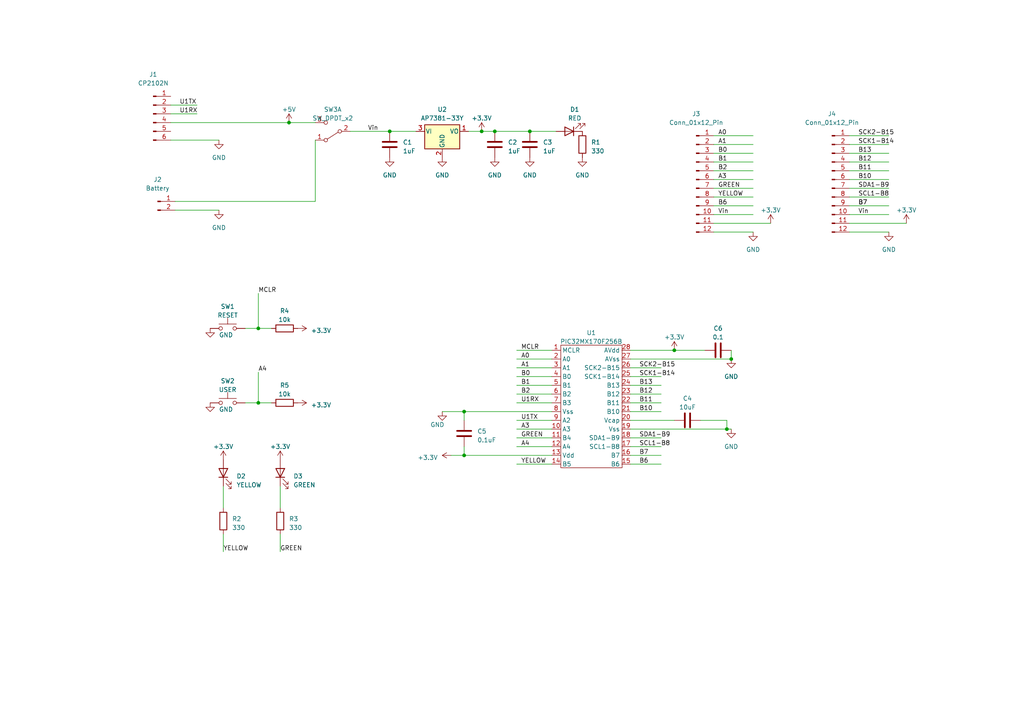
<source format=kicad_sch>
(kicad_sch (version 20230121) (generator eeschema)
  (paper "A4")
  (lib_symbols
    (symbol "Connector:Conn_01x12_Pin" (pin_names (offset 1.016) hide)
      (property "Reference" "J" (at 0 15.24 0))
      (property "Value" "Conn_01x12_Pin" (at 0 -17.78 0))
      (symbol "Conn_01x12_Pin_1_1"
        (polyline (pts (xy 1.27 -15.24) (xy 0.8636 -15.24)) (stroke (width 0.1524)))
        (polyline (pts (xy 1.27 -12.7) (xy 0.8636 -12.7)) (stroke (width 0.1524)))
        (polyline (pts (xy 1.27 -10.16) (xy 0.8636 -10.16)) (stroke (width 0.1524)))
        (polyline (pts (xy 1.27 -7.62) (xy 0.8636 -7.62)) (stroke (width 0.1524)))
        (polyline (pts (xy 1.27 -5.08) (xy 0.8636 -5.08)) (stroke (width 0.1524)))
        (polyline (pts (xy 1.27 -2.54) (xy 0.8636 -2.54)) (stroke (width 0.1524)))
        (polyline (pts (xy 1.27 0) (xy 0.8636 0)) (stroke (width 0.1524)))
        (polyline (pts (xy 1.27 2.54) (xy 0.8636 2.54)) (stroke (width 0.1524)))
        (polyline (pts (xy 1.27 5.08) (xy 0.8636 5.08)) (stroke (width 0.1524)))
        (polyline (pts (xy 1.27 7.62) (xy 0.8636 7.62)) (stroke (width 0.1524)))
        (polyline (pts (xy 1.27 10.16) (xy 0.8636 10.16)) (stroke (width 0.1524)))
        (polyline (pts (xy 1.27 12.7) (xy 0.8636 12.7)) (stroke (width 0.1524)))
        (rectangle (start 0.8636 -15.113) (end 0 -15.367) (stroke (width 0.1524)) (fill (type outline)))
        (rectangle (start 0.8636 -12.573) (end 0 -12.827) (stroke (width 0.1524)) (fill (type outline)))
        (rectangle (start 0.8636 -10.033) (end 0 -10.287) (stroke (width 0.1524)) (fill (type outline)))
        (rectangle (start 0.8636 -7.493) (end 0 -7.747) (stroke (width 0.1524)) (fill (type outline)))
        (rectangle (start 0.8636 -4.953) (end 0 -5.207) (stroke (width 0.1524)) (fill (type outline)))
        (rectangle (start 0.8636 -2.413) (end 0 -2.667) (stroke (width 0.1524)) (fill (type outline)))
        (rectangle (start 0.8636 0.127) (end 0 -0.127) (stroke (width 0.1524)) (fill (type outline)))
        (rectangle (start 0.8636 2.667) (end 0 2.413) (stroke (width 0.1524)) (fill (type outline)))
        (rectangle (start 0.8636 5.207) (end 0 4.953) (stroke (width 0.1524)) (fill (type outline)))
        (rectangle (start 0.8636 7.747) (end 0 7.493) (stroke (width 0.1524)) (fill (type outline)))
        (rectangle (start 0.8636 10.287) (end 0 10.033) (stroke (width 0.1524)) (fill (type outline)))
        (rectangle (start 0.8636 12.827) (end 0 12.573) (stroke (width 0.1524)) (fill (type outline)))
        (pin passive line (at 5.08 12.7 180) (length 3.81) (name "Pin_1") (number "1"))
        (pin passive line (at 5.08 -10.16 180) (length 3.81) (name "Pin_10") (number "10"))
        (pin passive line (at 5.08 -12.7 180) (length 3.81) (name "Pin_11") (number "11"))
        (pin passive line (at 5.08 -15.24 180) (length 3.81) (name "Pin_12") (number "12"))
        (pin passive line (at 5.08 10.16 180) (length 3.81) (name "Pin_2") (number "2"))
        (pin passive line (at 5.08 7.62 180) (length 3.81) (name "Pin_3") (number "3"))
        (pin passive line (at 5.08 5.08 180) (length 3.81) (name "Pin_4") (number "4"))
        (pin passive line (at 5.08 2.54 180) (length 3.81) (name "Pin_5") (number "5"))
        (pin passive line (at 5.08 0 180) (length 3.81) (name "Pin_6") (number "6"))
        (pin passive line (at 5.08 -2.54 180) (length 3.81) (name "Pin_7") (number "7"))
        (pin passive line (at 5.08 -5.08 180) (length 3.81) (name "Pin_8") (number "8"))
        (pin passive line (at 5.08 -7.62 180) (length 3.81) (name "Pin_9") (number "9"))
      )
    )
    (symbol "Device:C" (pin_numbers hide) (pin_names (offset 0.254))
      (property "Reference" "C" (at 0.635 2.54 0))
      (property "Value" "C" (at 0.635 -2.54 0))
      (symbol "C_0_1"
        (polyline (pts (xy -2.032 -0.762) (xy 2.032 -0.762)) (stroke (width 0.508)))
        (polyline (pts (xy -2.032 0.762) (xy 2.032 0.762)) (stroke (width 0.508)))
      )
      (symbol "C_1_1"
        (pin passive line (at 0 3.81 270) (length 2.794) (name "~") (number "1"))
        (pin passive line (at 0 -3.81 90) (length 2.794) (name "~") (number "2"))
      )
    )
    (symbol "Device:LED" (pin_numbers hide) (pin_names (offset 1.016) hide)
      (property "Reference" "D" (at 0 2.54 0))
      (property "Value" "LED" (at 0 -2.54 0))
      (symbol "LED_0_1"
        (polyline (pts (xy -1.27 -1.27) (xy -1.27 1.27)) (stroke (width 0.254)))
        (polyline (pts (xy -1.27 0) (xy 1.27 0)))
        (polyline (pts (xy 1.27 -1.27) (xy 1.27 1.27) (xy -1.27 0) (xy 1.27 -1.27)) (stroke (width 0.254)))
        (polyline (pts (xy -3.048 -0.762) (xy -4.572 -2.286) (xy -3.81 -2.286) (xy -4.572 -2.286) (xy -4.572 -1.524)))
        (polyline (pts (xy -1.778 -0.762) (xy -3.302 -2.286) (xy -2.54 -2.286) (xy -3.302 -2.286) (xy -3.302 -1.524)))
      )
      (symbol "LED_1_1"
        (pin passive line (at -3.81 0 0) (length 2.54) (name "K") (number "1"))
        (pin passive line (at 3.81 0 180) (length 2.54) (name "A") (number "2"))
      )
    )
    (symbol "Device:R" (pin_numbers hide) (pin_names (offset 0))
      (property "Reference" "R" (at 2.032 0 90))
      (property "Value" "R" (at 0 0 90))
      (symbol "R_0_1"
        (rectangle (start -1.016 -2.54) (end 1.016 2.54) (stroke (width 0.254)))
      )
      (symbol "R_1_1"
        (pin passive line (at 0 3.81 270) (length 1.27) (name "~") (number "1"))
        (pin passive line (at 0 -3.81 90) (length 1.27) (name "~") (number "2"))
      )
    )
    (symbol "HW4_library:AP7381-33Y" (pin_names (offset 0.254))
      (property "Reference" "U" (at -3.81 3.175 0))
      (property "Value" "AP7381-33Y" (at 0 3.175 0))
      (symbol "AP7381-33Y_0_1"
        (rectangle (start -5.08 1.905) (end 5.08 -5.08) (stroke (width 0.254)) (fill (type background)))
      )
      (symbol "AP7381-33Y_1_1"
        (pin power_out line (at 7.62 0 180) (length 2.54) (name "VO") (number "1"))
        (pin power_in line (at 0 -7.62 90) (length 2.54) (name "GND") (number "2"))
        (pin power_in line (at -7.62 0 0) (length 2.54) (name "VI") (number "3"))
      )
    )
    (symbol "HW4_library:Battery" (pin_names (offset 1.016) hide)
      (property "Reference" "J" (at 0 2.54 0))
      (property "Value" "Battery" (at 0 -5.08 0))
      (symbol "Battery_1_1"
        (polyline (pts (xy 1.27 -2.54) (xy 0.8636 -2.54)) (stroke (width 0.1524)))
        (polyline (pts (xy 1.27 0) (xy 0.8636 0)) (stroke (width 0.1524)))
        (rectangle (start 0.8636 -2.413) (end 0 -2.667) (stroke (width 0.1524)) (fill (type outline)))
        (rectangle (start 0.8636 0.127) (end 0 -0.127) (stroke (width 0.1524)) (fill (type outline)))
        (pin passive line (at 5.08 0 180) (length 3.81) (name "Pin_1") (number "1"))
        (pin passive line (at 5.08 -2.54 180) (length 3.81) (name "Pin_2") (number "2"))
      )
    )
    (symbol "HW4_library:CP2102N" (pin_names (offset 1.016) hide)
      (property "Reference" "J" (at 0 7.62 0))
      (property "Value" "CP2102N" (at 0 -10.16 0))
      (symbol "CP2102N_1_1"
        (polyline (pts (xy 1.27 -7.62) (xy 0.8636 -7.62)) (stroke (width 0.1524)))
        (polyline (pts (xy 1.27 -5.08) (xy 0.8636 -5.08)) (stroke (width 0.1524)))
        (polyline (pts (xy 1.27 -2.54) (xy 0.8636 -2.54)) (stroke (width 0.1524)))
        (polyline (pts (xy 1.27 0) (xy 0.8636 0)) (stroke (width 0.1524)))
        (polyline (pts (xy 1.27 2.54) (xy 0.8636 2.54)) (stroke (width 0.1524)))
        (polyline (pts (xy 1.27 5.08) (xy 0.8636 5.08)) (stroke (width 0.1524)))
        (rectangle (start 0.8636 -7.493) (end 0 -7.747) (stroke (width 0.1524)) (fill (type outline)))
        (rectangle (start 0.8636 -4.953) (end 0 -5.207) (stroke (width 0.1524)) (fill (type outline)))
        (rectangle (start 0.8636 -2.413) (end 0 -2.667) (stroke (width 0.1524)) (fill (type outline)))
        (rectangle (start 0.8636 0.127) (end 0 -0.127) (stroke (width 0.1524)) (fill (type outline)))
        (rectangle (start 0.8636 2.667) (end 0 2.413) (stroke (width 0.1524)) (fill (type outline)))
        (rectangle (start 0.8636 5.207) (end 0 4.953) (stroke (width 0.1524)) (fill (type outline)))
        (pin passive line (at 5.08 5.08 180) (length 3.81) (name "Pin_1") (number "1"))
        (pin passive line (at 5.08 2.54 180) (length 3.81) (name "Pin_2") (number "2"))
        (pin passive line (at 5.08 0 180) (length 3.81) (name "Pin_3") (number "3"))
        (pin passive line (at 5.08 -2.54 180) (length 3.81) (name "Pin_4") (number "4"))
        (pin passive line (at 5.08 -5.08 180) (length 3.81) (name "Pin_5") (number "5"))
        (pin passive line (at 5.08 -7.62 180) (length 3.81) (name "Pin_6") (number "6"))
      )
    )
    (symbol "HW4_library:PIC32MX170F256B"
      (property "Reference" "U" (at 0 7.62 0))
      (property "Value" "PIC32MX170F256B" (at 0 5.08 0))
      (symbol "PIC32MX170F256B_0_1"
        (rectangle (start -8.7921 4.0293) (end 8.9879 -31.5307))
      )
      (symbol "PIC32MX170F256B_1_1"
        (pin input line (at -11.43 2.54 0) (length 2.54) (name "MCLR") (number "1"))
        (pin input line (at -11.43 -20.32 0) (length 2.54) (name "A3") (number "10"))
        (pin input line (at -11.43 -22.86 0) (length 2.54) (name "B4") (number "11"))
        (pin input line (at -11.43 -25.4 0) (length 2.54) (name "A4") (number "12"))
        (pin input line (at -11.43 -27.94 0) (length 2.54) (name "Vdd") (number "13"))
        (pin input line (at -11.43 -30.48 0) (length 2.54) (name "B5") (number "14"))
        (pin input line (at 11.43 -30.48 180) (length 2.54) (name "B6") (number "15"))
        (pin input line (at 11.43 -27.94 180) (length 2.54) (name "B7") (number "16"))
        (pin input line (at 11.43 -25.4 180) (length 2.54) (name "SCL1-B8") (number "17"))
        (pin input line (at 11.43 -22.86 180) (length 2.54) (name "SDA1-B9") (number "18"))
        (pin input line (at 11.43 -20.32 180) (length 2.54) (name "Vss") (number "19"))
        (pin input line (at -11.43 0 0) (length 2.54) (name "A0") (number "2"))
        (pin input line (at 11.43 -17.78 180) (length 2.54) (name "Vcap") (number "20"))
        (pin input line (at 11.43 -15.24 180) (length 2.54) (name "B10") (number "21"))
        (pin input line (at 11.43 -12.7 180) (length 2.54) (name "B11") (number "22"))
        (pin input line (at 11.43 -10.16 180) (length 2.54) (name "B12") (number "23"))
        (pin input line (at 11.43 -7.62 180) (length 2.54) (name "B13") (number "24"))
        (pin input line (at 11.43 -5.08 180) (length 2.54) (name "SCK1-B14") (number "25"))
        (pin input line (at 11.43 -2.54 180) (length 2.54) (name "SCK2-B15") (number "26"))
        (pin input line (at 11.43 0 180) (length 2.54) (name "AVss") (number "27"))
        (pin input line (at 11.43 2.54 180) (length 2.54) (name "AVdd") (number "28"))
        (pin input line (at -11.43 -2.54 0) (length 2.54) (name "A1") (number "3"))
        (pin input line (at -11.43 -5.08 0) (length 2.54) (name "B0") (number "4"))
        (pin input line (at -11.43 -7.62 0) (length 2.54) (name "B1") (number "5"))
        (pin input line (at -11.43 -10.16 0) (length 2.54) (name "B2") (number "6"))
        (pin input line (at -11.43 -12.7 0) (length 2.54) (name "B3") (number "7"))
        (pin input line (at -11.43 -15.24 0) (length 2.54) (name "Vss") (number "8"))
        (pin input line (at -11.43 -17.78 0) (length 2.54) (name "A2") (number "9"))
      )
    )
    (symbol "HW4_library:SW_DPDT_x2" (pin_names (offset 0) hide)
      (property "Reference" "SW" (at 0 4.318 0))
      (property "Value" "SW_DPDT_x2" (at 0 -5.08 0))
      (symbol "SW_DPDT_x2_0_0"
        (circle (center -2.032 0) (radius 0.508))
        (circle (center 2.032 -2.54) (radius 0.508))
      )
      (symbol "SW_DPDT_x2_0_1"
        (polyline (pts (xy -1.524 0.254) (xy 1.651 2.286)))
        (circle (center 2.032 2.54) (radius 0.508))
      )
      (symbol "SW_DPDT_x2_1_1"
        (pin passive line (at 5.08 2.54 180) (length 2.54) (name "A") (number "1"))
        (pin passive line (at -5.08 0 0) (length 2.54) (name "B") (number "2"))
        (pin passive line (at 5.08 -2.54 180) (length 2.54) (name "C") (number "3"))
      )
      (symbol "SW_DPDT_x2_2_1"
        (pin passive line (at 5.08 2.54 180) (length 2.54) (name "A") (number "4"))
        (pin passive line (at -5.08 0 0) (length 2.54) (name "B") (number "5"))
        (pin passive line (at 5.08 -2.54 180) (length 2.54) (name "C") (number "6"))
      )
    )
    (symbol "Switch:SW_MEC_5G" (pin_numbers hide) (pin_names (offset 1.016) hide)
      (property "Reference" "SW" (at 1.27 2.54 0))
      (property "Value" "SW_MEC_5G" (at 0 -1.524 0))
      (symbol "SW_MEC_5G_0_1"
        (circle (center -2.032 0) (radius 0.508))
        (polyline (pts (xy 0 1.27) (xy 0 3.048)))
        (polyline (pts (xy 2.54 1.27) (xy -2.54 1.27)))
        (circle (center 2.032 0) (radius 0.508))
        (pin passive line (at -5.08 0 0) (length 2.54) (name "A") (number "1"))
        (pin passive line (at 5.08 0 180) (length 2.54) (name "B") (number "3"))
      )
      (symbol "SW_MEC_5G_1_1"
        (pin passive line (at -5.08 0 0) (length 2.54) hide (name "A") (number "2"))
        (pin passive line (at 5.08 0 180) (length 2.54) hide (name "B") (number "4"))
      )
    )
    (symbol "power:+3.3V" (power) (pin_names (offset 0))
      (property "Value" "+3.3V" (at 0 3.556 0))
      (symbol "+3.3V_0_1"
        (polyline (pts (xy -0.762 1.27) (xy 0 2.54)))
        (polyline (pts (xy 0 0) (xy 0 2.54)))
        (polyline (pts (xy 0 2.54) (xy 0.762 1.27)))
      )
      (symbol "+3.3V_1_1"
        (pin power_in line (at 0 0 90) (length 0) hide (name "+3.3V") (number "1"))
      )
    )
    (symbol "power:+5V" (power) (pin_names (offset 0))
      (property "Value" "+5V" (at 0 3.556 0))
      (symbol "+5V_0_1"
        (polyline (pts (xy -0.762 1.27) (xy 0 2.54)))
        (polyline (pts (xy 0 0) (xy 0 2.54)))
        (polyline (pts (xy 0 2.54) (xy 0.762 1.27)))
      )
      (symbol "+5V_1_1"
        (pin power_in line (at 0 0 90) (length 0) hide (name "+5V") (number "1"))
      )
    )
    (symbol "power:GND" (power) (pin_names (offset 0))
      (property "Value" "GND" (at 0 -3.81 0))
      (symbol "GND_0_1"
        (polyline (pts (xy 0 0) (xy 0 -1.27) (xy 1.27 -1.27) (xy 0 -2.54) (xy -1.27 -1.27) (xy 0 -1.27)))
      )
      (symbol "GND_1_1"
        (pin power_in line (at 0 0 270) (length 0) hide (name "GND") (number "1"))
      )
    )
  )
  (junction (at 74.93 95.25))
  (junction (at 134.62 119.38))
  (junction (at 143.51 38.1))
  (junction (at 195.58 101.6))
  (junction (at 212.09 104.14))
  (junction (at 210.82 124.46))
  (junction (at 74.93 116.84))
  (junction (at 83.82 35.56))
  (junction (at 153.67 38.1))
  (junction (at 134.62 132.08))
  (junction (at 139.7 38.1))
  (junction (at 113.03 38.1))
  (wire (pts (xy 182.88 119.38) (xy 191.77 119.38)))
  (wire (pts (xy 149.86 104.14) (xy 160.02 104.14)))
  (wire (pts (xy 182.88 114.3) (xy 191.77 114.3)))
  (wire (pts (xy 101.6 38.1) (xy 113.03 38.1)))
  (wire (pts (xy 149.86 127) (xy 160.02 127)))
  (wire (pts (xy 50.8 60.96) (xy 63.5 60.96)))
  (wire (pts (xy 81.28 154.94) (xy 81.28 160.02)))
  (wire (pts (xy 207.01 52.07) (xy 218.44 52.07)))
  (wire (pts (xy 49.53 40.64) (xy 63.5 40.64)))
  (wire (pts (xy 210.82 121.92) (xy 210.82 124.46)))
  (wire (pts (xy 212.09 101.6) (xy 212.09 104.14)))
  (wire (pts (xy 49.53 35.56) (xy 83.82 35.56)))
  (wire (pts (xy 207.01 46.99) (xy 218.44 46.99)))
  (wire (pts (xy 149.86 134.62) (xy 160.02 134.62)))
  (wire (pts (xy 149.86 129.54) (xy 160.02 129.54)))
  (wire (pts (xy 71.12 116.84) (xy 74.93 116.84)))
  (wire (pts (xy 182.88 101.6) (xy 195.58 101.6)))
  (wire (pts (xy 246.38 49.53) (xy 257.81 49.53)))
  (wire (pts (xy 207.01 49.53) (xy 218.44 49.53)))
  (wire (pts (xy 182.88 121.92) (xy 195.58 121.92)))
  (wire (pts (xy 130.81 132.08) (xy 134.62 132.08)))
  (wire (pts (xy 182.88 104.14) (xy 212.09 104.14)))
  (wire (pts (xy 50.8 58.42) (xy 91.44 58.42)))
  (wire (pts (xy 153.67 38.1) (xy 161.29 38.1)))
  (wire (pts (xy 149.86 114.3) (xy 160.02 114.3)))
  (wire (pts (xy 74.93 85.09) (xy 74.93 95.25)))
  (wire (pts (xy 149.86 111.76) (xy 160.02 111.76)))
  (wire (pts (xy 246.38 67.31) (xy 257.81 67.31)))
  (wire (pts (xy 91.44 40.64) (xy 91.44 58.42)))
  (wire (pts (xy 134.62 119.38) (xy 134.62 121.92)))
  (wire (pts (xy 81.28 140.97) (xy 81.28 147.32)))
  (wire (pts (xy 182.88 127) (xy 191.77 127)))
  (wire (pts (xy 149.86 116.84) (xy 160.02 116.84)))
  (wire (pts (xy 143.51 38.1) (xy 153.67 38.1)))
  (wire (pts (xy 195.58 101.6) (xy 204.47 101.6)))
  (wire (pts (xy 246.38 64.77) (xy 262.89 64.77)))
  (wire (pts (xy 71.12 95.25) (xy 74.93 95.25)))
  (wire (pts (xy 246.38 62.23) (xy 257.81 62.23)))
  (wire (pts (xy 207.01 44.45) (xy 218.44 44.45)))
  (wire (pts (xy 246.38 57.15) (xy 257.81 57.15)))
  (wire (pts (xy 207.01 39.37) (xy 218.44 39.37)))
  (wire (pts (xy 207.01 62.23) (xy 218.44 62.23)))
  (wire (pts (xy 83.82 35.56) (xy 91.44 35.56)))
  (wire (pts (xy 182.88 129.54) (xy 191.77 129.54)))
  (wire (pts (xy 182.88 106.68) (xy 191.77 106.68)))
  (wire (pts (xy 74.93 95.25) (xy 78.74 95.25)))
  (wire (pts (xy 182.88 111.76) (xy 191.77 111.76)))
  (wire (pts (xy 182.88 134.62) (xy 191.77 134.62)))
  (wire (pts (xy 207.01 64.77) (xy 223.52 64.77)))
  (wire (pts (xy 246.38 52.07) (xy 257.81 52.07)))
  (wire (pts (xy 149.86 121.92) (xy 160.02 121.92)))
  (wire (pts (xy 246.38 41.91) (xy 257.81 41.91)))
  (wire (pts (xy 207.01 57.15) (xy 218.44 57.15)))
  (wire (pts (xy 149.86 101.6) (xy 160.02 101.6)))
  (wire (pts (xy 246.38 59.69) (xy 257.81 59.69)))
  (wire (pts (xy 246.38 54.61) (xy 257.81 54.61)))
  (wire (pts (xy 74.93 107.95) (xy 74.93 116.84)))
  (wire (pts (xy 207.01 54.61) (xy 218.44 54.61)))
  (wire (pts (xy 182.88 132.08) (xy 191.77 132.08)))
  (wire (pts (xy 113.03 38.1) (xy 120.65 38.1)))
  (wire (pts (xy 246.38 46.99) (xy 257.81 46.99)))
  (wire (pts (xy 246.38 39.37) (xy 257.81 39.37)))
  (wire (pts (xy 139.7 38.1) (xy 143.51 38.1)))
  (wire (pts (xy 182.88 116.84) (xy 191.77 116.84)))
  (wire (pts (xy 49.53 33.02) (xy 57.15 33.02)))
  (wire (pts (xy 149.86 106.68) (xy 160.02 106.68)))
  (wire (pts (xy 64.77 154.94) (xy 64.77 160.02)))
  (wire (pts (xy 64.77 140.97) (xy 64.77 147.32)))
  (wire (pts (xy 134.62 129.54) (xy 134.62 132.08)))
  (wire (pts (xy 207.01 59.69) (xy 218.44 59.69)))
  (wire (pts (xy 49.53 30.48) (xy 57.15 30.48)))
  (wire (pts (xy 182.88 109.22) (xy 191.77 109.22)))
  (wire (pts (xy 182.88 124.46) (xy 210.82 124.46)))
  (wire (pts (xy 246.38 44.45) (xy 257.81 44.45)))
  (wire (pts (xy 149.86 109.22) (xy 160.02 109.22)))
  (wire (pts (xy 203.2 121.92) (xy 210.82 121.92)))
  (wire (pts (xy 149.86 124.46) (xy 160.02 124.46)))
  (wire (pts (xy 207.01 67.31) (xy 218.44 67.31)))
  (wire (pts (xy 74.93 116.84) (xy 78.74 116.84)))
  (wire (pts (xy 134.62 132.08) (xy 160.02 132.08)))
  (wire (pts (xy 135.89 38.1) (xy 139.7 38.1)))
  (wire (pts (xy 128.27 119.38) (xy 134.62 119.38)))
  (wire (pts (xy 134.62 119.38) (xy 160.02 119.38)))
  (wire (pts (xy 207.01 41.91) (xy 218.44 41.91)))
  (wire (pts (xy 210.82 124.46) (xy 212.09 124.46)))
  (label "Vin" (at 208.28 62.23 0))
  (label "B11" (at 185.42 116.84 0))
  (label "U1TX" (at 52.07 30.48 0))
  (label "GREEN" (at 151.13 127 0))
  (label "GREEN" (at 81.28 160.02 0))
  (label "SCK2-B15" (at 185.42 106.68 0))
  (label "U1TX" (at 151.13 121.92 0))
  (label "B13" (at 248.92 44.45 0))
  (label "B0" (at 151.13 109.22 0))
  (label "A1" (at 208.28 41.91 0))
  (label "YELLOW" (at 151.13 134.62 0))
  (label "B10" (at 248.92 52.07 0))
  (label "Vin" (at 248.92 62.23 0))
  (label "B12" (at 185.42 114.3 0))
  (label "A0" (at 208.28 39.37 0))
  (label "B7" (at 185.42 132.08 0))
  (label "B0" (at 208.28 44.45 0))
  (label "U1RX" (at 52.07 33.02 0))
  (label "B6" (at 185.42 134.62 0))
  (label "GREEN" (at 208.28 54.61 0))
  (label "MCLR" (at 74.93 85.09 0))
  (label "Vin" (at 106.68 38.1 0))
  (label "U1RX" (at 151.13 116.84 0))
  (label "B1" (at 151.13 111.76 0))
  (label "B7" (at 248.92 59.69 0))
  (label "B12" (at 248.92 46.99 0))
  (label "B6" (at 208.28 59.69 0))
  (label "B11" (at 248.92 49.53 0))
  (label "YELLOW" (at 208.28 57.15 0))
  (label "B2" (at 151.13 114.3 0))
  (label "SCL1-B8" (at 248.92 57.15 0))
  (label "SCK2-B15" (at 248.92 39.37 0))
  (label "A1" (at 151.13 106.68 0))
  (label "YELLOW" (at 64.77 160.02 0))
  (label "B2" (at 208.28 49.53 0))
  (label "B7" (at 248.92 59.69 0))
  (label "SDA1-B9" (at 185.42 127 0))
  (label "A3" (at 208.28 52.07 0))
  (label "A0" (at 151.13 104.14 0))
  (label "SDA1-B9" (at 248.92 54.61 0))
  (label "A4" (at 74.93 107.95 0))
  (label "SCK1-B14" (at 185.42 109.22 0))
  (label "SCL1-B8" (at 185.42 129.54 0))
  (label "MCLR" (at 151.13 101.6 0))
  (label "B10" (at 185.42 119.38 0))
  (label "A3" (at 151.13 124.46 0))
  (label "B13" (at 185.42 111.76 0))
  (label "A4" (at 151.13 129.54 0))
  (label "B1" (at 208.28 46.99 0))
  (label "SCK1-B14" (at 248.92 41.91 0))
  (symbol (lib_id "power:GND") (at 168.91 45.72 0) (unit 1)
    (property "Reference" "#PWR01" (effects hide))
    (property "Value" "GND" (at 168.91 50.8 0))
  )
  (symbol (lib_id "power:+3.3V") (at 262.89 64.77 0) (unit 1)
    (property "Reference" "#PWR024" (effects hide))
    (property "Value" "+3.3V" (at 262.89 60.96 0))
  )
  (symbol (lib_id "power:GND") (at 128.27 45.72 0) (unit 1)
    (property "Reference" "#PWR07" (effects hide))
    (property "Value" "GND" (at 128.27 50.8 0))
  )
  (symbol (lib_id "HW4_library:AP7381-33Y") (at 128.27 38.1 0) (unit 1)
    (property "Reference" "U2" (at 128.27 31.75 0))
    (property "Value" "AP7381-33Y" (at 128.27 34.29 0))
    (property "Footprint" "Package_TO_SOT_SMD:SOT-89-3" (effects hide))
    (property "Datasheet" "https://www.diodes.com/assets/Datasheets/AP7384.pdf" (effects hide))
  )
  (symbol (lib_id "power:GND") (at 113.03 45.72 0) (unit 1)
    (property "Reference" "#PWR08" (effects hide))
    (property "Value" "GND" (at 113.03 50.8 0))
  )
  (symbol (lib_id "power:+3.3V") (at 130.81 132.08 90) (unit 1)
    (property "Reference" "#PWR018" (effects hide))
    (property "Value" "+3.3V" (at 127 132.715 90) (effects (justify left)))
  )
  (symbol (lib_id "power:GND") (at 212.09 104.14 0) (unit 1)
    (property "Reference" "#PWR019" (effects hide))
    (property "Value" "GND" (at 212.09 109.22 0))
  )
  (symbol (lib_id "power:+3.3V") (at 223.52 64.77 0) (unit 1)
    (property "Reference" "#PWR022" (effects hide))
    (property "Value" "+3.3V" (at 223.52 60.96 0))
  )
  (symbol (lib_id "Device:R") (at 81.28 151.13 0) (unit 1)
    (property "Reference" "R3" (at 83.82 150.495 0) (effects (justify left)))
    (property "Value" "330" (at 83.82 153.035 0) (effects (justify left)))
  )
  (symbol (lib_id "Device:C") (at 143.51 41.91 0) (unit 1)
    (property "Reference" "C2" (at 147.32 41.275 0) (effects (justify left)))
    (property "Value" "1uF" (at 147.32 43.815 0) (effects (justify left)))
  )
  (symbol (lib_id "power:GND") (at 143.51 45.72 0) (unit 1)
    (property "Reference" "#PWR09" (effects hide))
    (property "Value" "GND" (at 143.51 50.8 0))
  )
  (symbol (lib_id "power:+3.3V") (at 139.7 38.1 0) (unit 1)
    (property "Reference" "#PWR011" (effects hide))
    (property "Value" "+3.3V" (at 139.7 34.29 0))
  )
  (symbol (lib_id "Device:R") (at 64.77 151.13 0) (unit 1)
    (property "Reference" "R2" (at 67.31 150.495 0) (effects (justify left)))
    (property "Value" "330" (at 67.31 153.035 0) (effects (justify left)))
  )
  (symbol (lib_id "HW4_library:CP2102N") (at 44.45 33.02 0) (unit 1)
    (property "Reference" "J1" (at 44.45 21.59 0))
    (property "Value" "CP2102N" (at 44.45 24.13 0))
  )
  (symbol (lib_id "Connector:Conn_01x12_Pin") (at 241.3 52.07 0) (unit 1)
    (property "Reference" "J4" (at 241.3 33.02 0))
    (property "Value" "Conn_01x12_Pin" (at 241.3 35.56 0))
  )
  (symbol (lib_id "Device:LED") (at 64.77 137.16 90) (unit 1)
    (property "Reference" "D2" (at 68.58 138.1125 90) (effects (justify right)))
    (property "Value" "YELLOW" (at 68.58 140.6525 90) (effects (justify right)))
  )
  (symbol (lib_id "HW4_library:PIC32MX170F256B") (at 171.45 104.14 0) (unit 1)
    (property "Reference" "U1" (at 171.4989 96.52 0))
    (property "Value" "PIC32MX170F256B" (at 171.4989 99.06 0))
  )
  (symbol (lib_id "power:GND") (at 128.27 119.38 0) (unit 1)
    (property "Reference" "#PWR017" (effects hide))
    (property "Value" "GND" (at 128.905 123.19 0) (effects (justify right)))
  )
  (symbol (lib_id "power:GND") (at 60.96 116.84 0) (unit 1)
    (property "Reference" "#PWR014" (effects hide))
    (property "Value" "GND" (at 63.5 118.745 0) (effects (justify left)))
  )
  (symbol (lib_id "power:GND") (at 257.81 67.31 0) (unit 1)
    (property "Reference" "#PWR023" (effects hide))
    (property "Value" "GND" (at 257.81 72.39 0))
  )
  (symbol (lib_id "Connector:Conn_01x12_Pin") (at 201.93 52.07 0) (unit 1)
    (property "Reference" "J3" (at 201.93 33.02 0))
    (property "Value" "Conn_01x12_Pin" (at 201.93 35.56 0))
  )
  (symbol (lib_id "power:+3.3V") (at 86.36 116.84 270) (unit 1)
    (property "Reference" "#PWR013" (effects hide))
    (property "Value" "+3.3V" (at 90.17 117.475 90) (effects (justify left)))
  )
  (symbol (lib_id "power:+3.3V") (at 86.36 95.25 270) (unit 1)
    (property "Reference" "#PWR012" (effects hide))
    (property "Value" "+3.3V" (at 90.17 95.885 90) (effects (justify left)))
  )
  (symbol (lib_id "Device:LED") (at 81.28 137.16 90) (unit 1)
    (property "Reference" "D3" (at 85.09 138.1125 90) (effects (justify right)))
    (property "Value" "GREEN" (at 85.09 140.6525 90) (effects (justify right)))
  )
  (symbol (lib_id "power:+3.3V") (at 64.77 133.35 0) (unit 1)
    (property "Reference" "#PWR02" (effects hide))
    (property "Value" "+3.3V" (at 64.77 129.54 0))
  )
  (symbol (lib_id "power:+5V") (at 83.82 35.56 0) (unit 1)
    (property "Reference" "#PWR06" (effects hide))
    (property "Value" "+5V" (at 83.82 31.75 0))
  )
  (symbol (lib_id "Device:R") (at 82.55 116.84 90) (unit 1)
    (property "Reference" "R5" (at 82.55 111.76 90))
    (property "Value" "10k" (at 82.55 114.3 90))
  )
  (symbol (lib_id "Device:C") (at 113.03 41.91 0) (unit 1)
    (property "Reference" "C1" (at 116.84 41.275 0) (effects (justify left)))
    (property "Value" "1uF" (at 116.84 43.815 0) (effects (justify left)))
  )
  (symbol (lib_id "Device:C") (at 134.62 125.73 0) (unit 1)
    (property "Reference" "C5" (at 138.43 125.095 0) (effects (justify left)))
    (property "Value" "0.1uF" (at 138.43 127.635 0) (effects (justify left)))
  )
  (symbol (lib_id "Device:R") (at 168.91 41.91 180) (unit 1)
    (property "Reference" "R1" (at 171.45 41.275 0) (effects (justify right)))
    (property "Value" "330" (at 171.45 43.815 0) (effects (justify right)))
  )
  (symbol (lib_id "power:+3.3V") (at 195.58 101.6 0) (unit 1)
    (property "Reference" "#PWR020" (effects hide))
    (property "Value" "+3.3V" (at 195.58 97.79 0))
  )
  (symbol (lib_id "power:GND") (at 218.44 67.31 0) (unit 1)
    (property "Reference" "#PWR021" (effects hide))
    (property "Value" "GND" (at 218.44 72.39 0))
  )
  (symbol (lib_id "power:GND") (at 63.5 60.96 0) (unit 1)
    (property "Reference" "#PWR05" (effects hide))
    (property "Value" "GND" (at 63.5 66.04 0))
  )
  (symbol (lib_id "Device:R") (at 82.55 95.25 90) (unit 1)
    (property "Reference" "R4" (at 82.55 90.17 90))
    (property "Value" "10k" (at 82.55 92.71 90))
  )
  (symbol (lib_id "power:GND") (at 212.09 124.46 0) (unit 1)
    (property "Reference" "#PWR016" (effects hide))
    (property "Value" "GND" (at 212.09 129.54 0))
  )
  (symbol (lib_id "HW4_library:Battery") (at 45.72 58.42 0) (unit 1)
    (property "Reference" "J2" (at 45.72 52.07 0))
    (property "Value" "Battery" (at 45.72 54.61 0))
  )
  (symbol (lib_id "Switch:SW_MEC_5G") (at 66.04 95.25 0) (unit 1)
    (property "Reference" "SW1" (at 66.04 88.9 0))
    (property "Value" "RESET" (at 66.04 91.44 0))
    (property "Datasheet" "http://www.apem.com/int/index.php?controller=attachment&id_attachment=488" (effects hide))
  )
  (symbol (lib_id "power:GND") (at 63.5 40.64 0) (unit 1)
    (property "Reference" "#PWR04" (effects hide))
    (property "Value" "GND" (at 63.5 45.72 0))
  )
  (symbol (lib_id "Device:LED") (at 165.1 38.1 180) (unit 1)
    (property "Reference" "D1" (at 166.6875 31.75 0))
    (property "Value" "RED" (at 166.6875 34.29 0))
  )
  (symbol (lib_id "power:+3.3V") (at 81.28 133.35 0) (unit 1)
    (property "Reference" "#PWR03" (effects hide))
    (property "Value" "+3.3V" (at 81.28 129.54 0))
  )
  (symbol (lib_id "Device:C") (at 208.28 101.6 90) (unit 1)
    (property "Reference" "C6" (at 208.28 95.25 90))
    (property "Value" "0.1" (at 208.28 97.79 90))
  )
  (symbol (lib_id "power:GND") (at 153.67 45.72 0) (unit 1)
    (property "Reference" "#PWR010" (effects hide))
    (property "Value" "GND" (at 153.67 50.8 0))
  )
  (symbol (lib_id "HW4_library:SW_DPDT_x2") (at 96.52 38.1 180) (unit 1)
    (property "Reference" "SW3" (at 96.52 31.75 0))
    (property "Value" "SW_DPDT_x2" (at 96.52 34.29 0))
  )
  (symbol (lib_id "Device:C") (at 199.39 121.92 90) (unit 1)
    (property "Reference" "C4" (at 199.39 115.57 90))
    (property "Value" "10uF" (at 199.39 118.11 90))
  )
  (symbol (lib_id "power:GND") (at 60.96 95.25 0) (unit 1)
    (property "Reference" "#PWR015" (effects hide))
    (property "Value" "GND" (at 63.5 97.155 0) (effects (justify left)))
  )
  (symbol (lib_id "Switch:SW_MEC_5G") (at 66.04 116.84 0) (unit 1)
    (property "Reference" "SW2" (at 66.04 110.49 0))
    (property "Value" "USER" (at 66.04 113.03 0))
    (property "Datasheet" "http://www.apem.com/int/index.php?controller=attachment&id_attachment=488" (effects hide))
  )
  (symbol (lib_id "Device:C") (at 153.67 41.91 0) (unit 1)
    (property "Reference" "C3" (at 157.48 41.275 0) (effects (justify left)))
    (property "Value" "1uF" (at 157.48 43.815 0) (effects (justify left)))
  )
)
</source>
